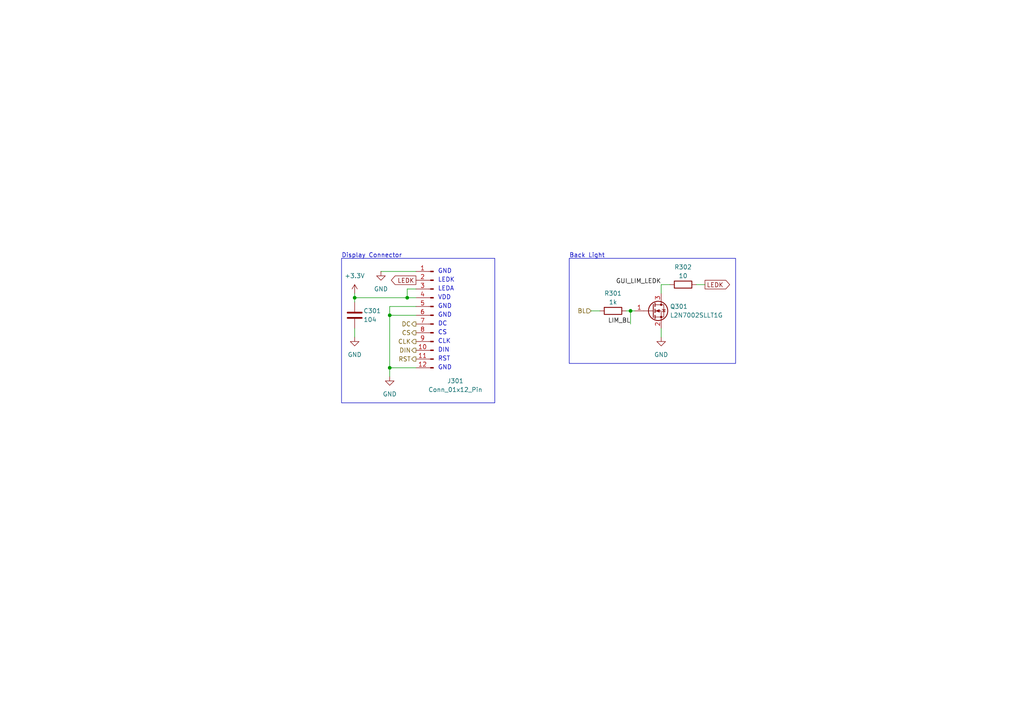
<source format=kicad_sch>
(kicad_sch
	(version 20250114)
	(generator "eeschema")
	(generator_version "9.0")
	(uuid "87981bd5-47a8-49a7-ad3f-d51e06ade793")
	(paper "A4")
	(title_block
		(title "DisplayBoard")
		(date "2025-10-21")
		(rev "v1.0")
		(company "DIY - Finn Ganser")
	)
	(lib_symbols
		(symbol "Connector:Conn_01x12_Pin"
			(pin_names
				(offset 1.016)
				(hide yes)
			)
			(exclude_from_sim no)
			(in_bom yes)
			(on_board yes)
			(property "Reference" "J"
				(at 0 15.24 0)
				(effects
					(font
						(size 1.27 1.27)
					)
				)
			)
			(property "Value" "Conn_01x12_Pin"
				(at 0 -17.78 0)
				(effects
					(font
						(size 1.27 1.27)
					)
				)
			)
			(property "Footprint" ""
				(at 0 0 0)
				(effects
					(font
						(size 1.27 1.27)
					)
					(hide yes)
				)
			)
			(property "Datasheet" "~"
				(at 0 0 0)
				(effects
					(font
						(size 1.27 1.27)
					)
					(hide yes)
				)
			)
			(property "Description" "Generic connector, single row, 01x12, script generated"
				(at 0 0 0)
				(effects
					(font
						(size 1.27 1.27)
					)
					(hide yes)
				)
			)
			(property "ki_locked" ""
				(at 0 0 0)
				(effects
					(font
						(size 1.27 1.27)
					)
				)
			)
			(property "ki_keywords" "connector"
				(at 0 0 0)
				(effects
					(font
						(size 1.27 1.27)
					)
					(hide yes)
				)
			)
			(property "ki_fp_filters" "Connector*:*_1x??_*"
				(at 0 0 0)
				(effects
					(font
						(size 1.27 1.27)
					)
					(hide yes)
				)
			)
			(symbol "Conn_01x12_Pin_1_1"
				(rectangle
					(start 0.8636 12.827)
					(end 0 12.573)
					(stroke
						(width 0.1524)
						(type default)
					)
					(fill
						(type outline)
					)
				)
				(rectangle
					(start 0.8636 10.287)
					(end 0 10.033)
					(stroke
						(width 0.1524)
						(type default)
					)
					(fill
						(type outline)
					)
				)
				(rectangle
					(start 0.8636 7.747)
					(end 0 7.493)
					(stroke
						(width 0.1524)
						(type default)
					)
					(fill
						(type outline)
					)
				)
				(rectangle
					(start 0.8636 5.207)
					(end 0 4.953)
					(stroke
						(width 0.1524)
						(type default)
					)
					(fill
						(type outline)
					)
				)
				(rectangle
					(start 0.8636 2.667)
					(end 0 2.413)
					(stroke
						(width 0.1524)
						(type default)
					)
					(fill
						(type outline)
					)
				)
				(rectangle
					(start 0.8636 0.127)
					(end 0 -0.127)
					(stroke
						(width 0.1524)
						(type default)
					)
					(fill
						(type outline)
					)
				)
				(rectangle
					(start 0.8636 -2.413)
					(end 0 -2.667)
					(stroke
						(width 0.1524)
						(type default)
					)
					(fill
						(type outline)
					)
				)
				(rectangle
					(start 0.8636 -4.953)
					(end 0 -5.207)
					(stroke
						(width 0.1524)
						(type default)
					)
					(fill
						(type outline)
					)
				)
				(rectangle
					(start 0.8636 -7.493)
					(end 0 -7.747)
					(stroke
						(width 0.1524)
						(type default)
					)
					(fill
						(type outline)
					)
				)
				(rectangle
					(start 0.8636 -10.033)
					(end 0 -10.287)
					(stroke
						(width 0.1524)
						(type default)
					)
					(fill
						(type outline)
					)
				)
				(rectangle
					(start 0.8636 -12.573)
					(end 0 -12.827)
					(stroke
						(width 0.1524)
						(type default)
					)
					(fill
						(type outline)
					)
				)
				(rectangle
					(start 0.8636 -15.113)
					(end 0 -15.367)
					(stroke
						(width 0.1524)
						(type default)
					)
					(fill
						(type outline)
					)
				)
				(polyline
					(pts
						(xy 1.27 12.7) (xy 0.8636 12.7)
					)
					(stroke
						(width 0.1524)
						(type default)
					)
					(fill
						(type none)
					)
				)
				(polyline
					(pts
						(xy 1.27 10.16) (xy 0.8636 10.16)
					)
					(stroke
						(width 0.1524)
						(type default)
					)
					(fill
						(type none)
					)
				)
				(polyline
					(pts
						(xy 1.27 7.62) (xy 0.8636 7.62)
					)
					(stroke
						(width 0.1524)
						(type default)
					)
					(fill
						(type none)
					)
				)
				(polyline
					(pts
						(xy 1.27 5.08) (xy 0.8636 5.08)
					)
					(stroke
						(width 0.1524)
						(type default)
					)
					(fill
						(type none)
					)
				)
				(polyline
					(pts
						(xy 1.27 2.54) (xy 0.8636 2.54)
					)
					(stroke
						(width 0.1524)
						(type default)
					)
					(fill
						(type none)
					)
				)
				(polyline
					(pts
						(xy 1.27 0) (xy 0.8636 0)
					)
					(stroke
						(width 0.1524)
						(type default)
					)
					(fill
						(type none)
					)
				)
				(polyline
					(pts
						(xy 1.27 -2.54) (xy 0.8636 -2.54)
					)
					(stroke
						(width 0.1524)
						(type default)
					)
					(fill
						(type none)
					)
				)
				(polyline
					(pts
						(xy 1.27 -5.08) (xy 0.8636 -5.08)
					)
					(stroke
						(width 0.1524)
						(type default)
					)
					(fill
						(type none)
					)
				)
				(polyline
					(pts
						(xy 1.27 -7.62) (xy 0.8636 -7.62)
					)
					(stroke
						(width 0.1524)
						(type default)
					)
					(fill
						(type none)
					)
				)
				(polyline
					(pts
						(xy 1.27 -10.16) (xy 0.8636 -10.16)
					)
					(stroke
						(width 0.1524)
						(type default)
					)
					(fill
						(type none)
					)
				)
				(polyline
					(pts
						(xy 1.27 -12.7) (xy 0.8636 -12.7)
					)
					(stroke
						(width 0.1524)
						(type default)
					)
					(fill
						(type none)
					)
				)
				(polyline
					(pts
						(xy 1.27 -15.24) (xy 0.8636 -15.24)
					)
					(stroke
						(width 0.1524)
						(type default)
					)
					(fill
						(type none)
					)
				)
				(pin passive line
					(at 5.08 12.7 180)
					(length 3.81)
					(name "Pin_1"
						(effects
							(font
								(size 1.27 1.27)
							)
						)
					)
					(number "1"
						(effects
							(font
								(size 1.27 1.27)
							)
						)
					)
				)
				(pin passive line
					(at 5.08 10.16 180)
					(length 3.81)
					(name "Pin_2"
						(effects
							(font
								(size 1.27 1.27)
							)
						)
					)
					(number "2"
						(effects
							(font
								(size 1.27 1.27)
							)
						)
					)
				)
				(pin passive line
					(at 5.08 7.62 180)
					(length 3.81)
					(name "Pin_3"
						(effects
							(font
								(size 1.27 1.27)
							)
						)
					)
					(number "3"
						(effects
							(font
								(size 1.27 1.27)
							)
						)
					)
				)
				(pin passive line
					(at 5.08 5.08 180)
					(length 3.81)
					(name "Pin_4"
						(effects
							(font
								(size 1.27 1.27)
							)
						)
					)
					(number "4"
						(effects
							(font
								(size 1.27 1.27)
							)
						)
					)
				)
				(pin passive line
					(at 5.08 2.54 180)
					(length 3.81)
					(name "Pin_5"
						(effects
							(font
								(size 1.27 1.27)
							)
						)
					)
					(number "5"
						(effects
							(font
								(size 1.27 1.27)
							)
						)
					)
				)
				(pin passive line
					(at 5.08 0 180)
					(length 3.81)
					(name "Pin_6"
						(effects
							(font
								(size 1.27 1.27)
							)
						)
					)
					(number "6"
						(effects
							(font
								(size 1.27 1.27)
							)
						)
					)
				)
				(pin passive line
					(at 5.08 -2.54 180)
					(length 3.81)
					(name "Pin_7"
						(effects
							(font
								(size 1.27 1.27)
							)
						)
					)
					(number "7"
						(effects
							(font
								(size 1.27 1.27)
							)
						)
					)
				)
				(pin passive line
					(at 5.08 -5.08 180)
					(length 3.81)
					(name "Pin_8"
						(effects
							(font
								(size 1.27 1.27)
							)
						)
					)
					(number "8"
						(effects
							(font
								(size 1.27 1.27)
							)
						)
					)
				)
				(pin passive line
					(at 5.08 -7.62 180)
					(length 3.81)
					(name "Pin_9"
						(effects
							(font
								(size 1.27 1.27)
							)
						)
					)
					(number "9"
						(effects
							(font
								(size 1.27 1.27)
							)
						)
					)
				)
				(pin passive line
					(at 5.08 -10.16 180)
					(length 3.81)
					(name "Pin_10"
						(effects
							(font
								(size 1.27 1.27)
							)
						)
					)
					(number "10"
						(effects
							(font
								(size 1.27 1.27)
							)
						)
					)
				)
				(pin passive line
					(at 5.08 -12.7 180)
					(length 3.81)
					(name "Pin_11"
						(effects
							(font
								(size 1.27 1.27)
							)
						)
					)
					(number "11"
						(effects
							(font
								(size 1.27 1.27)
							)
						)
					)
				)
				(pin passive line
					(at 5.08 -15.24 180)
					(length 3.81)
					(name "Pin_12"
						(effects
							(font
								(size 1.27 1.27)
							)
						)
					)
					(number "12"
						(effects
							(font
								(size 1.27 1.27)
							)
						)
					)
				)
			)
			(embedded_fonts no)
		)
		(symbol "CustomSymbols:L2N7002SLLT1G"
			(pin_names
				(hide yes)
			)
			(exclude_from_sim no)
			(in_bom yes)
			(on_board yes)
			(property "Reference" "Q"
				(at 5.08 1.905 0)
				(effects
					(font
						(size 1.27 1.27)
					)
					(justify left)
				)
			)
			(property "Value" "L2N7002SLLT1G"
				(at 5.08 0 0)
				(effects
					(font
						(size 1.27 1.27)
					)
					(justify left)
				)
			)
			(property "Footprint" "Package_TO_SOT_SMD:SOT-23"
				(at 5.08 -1.905 0)
				(effects
					(font
						(size 1.27 1.27)
						(italic yes)
					)
					(justify left)
					(hide yes)
				)
			)
			(property "Datasheet" "https://www.lcsc.com/datasheet/C22446827.pdf"
				(at 5.08 -3.81 0)
				(effects
					(font
						(size 1.27 1.27)
					)
					(justify left)
					(hide yes)
				)
			)
			(property "Description" "380 mAmps, 60V N–Channel SOT-23"
				(at 0 0 0)
				(effects
					(font
						(size 1.27 1.27)
					)
					(hide yes)
				)
			)
			(property "ki_keywords" "N-Channel MOSFET Logic-Level"
				(at 0 0 0)
				(effects
					(font
						(size 1.27 1.27)
					)
					(hide yes)
				)
			)
			(property "ki_fp_filters" "TO?92*"
				(at 0 0 0)
				(effects
					(font
						(size 1.27 1.27)
					)
					(hide yes)
				)
			)
			(symbol "L2N7002SLLT1G_0_1"
				(polyline
					(pts
						(xy 0.254 1.905) (xy 0.254 -1.905)
					)
					(stroke
						(width 0.254)
						(type default)
					)
					(fill
						(type none)
					)
				)
				(polyline
					(pts
						(xy 0.254 0) (xy -2.54 0)
					)
					(stroke
						(width 0)
						(type default)
					)
					(fill
						(type none)
					)
				)
				(polyline
					(pts
						(xy 0.762 2.286) (xy 0.762 1.27)
					)
					(stroke
						(width 0.254)
						(type default)
					)
					(fill
						(type none)
					)
				)
				(polyline
					(pts
						(xy 0.762 0.508) (xy 0.762 -0.508)
					)
					(stroke
						(width 0.254)
						(type default)
					)
					(fill
						(type none)
					)
				)
				(polyline
					(pts
						(xy 0.762 -1.27) (xy 0.762 -2.286)
					)
					(stroke
						(width 0.254)
						(type default)
					)
					(fill
						(type none)
					)
				)
				(polyline
					(pts
						(xy 0.762 -1.778) (xy 3.302 -1.778) (xy 3.302 1.778) (xy 0.762 1.778)
					)
					(stroke
						(width 0)
						(type default)
					)
					(fill
						(type none)
					)
				)
				(polyline
					(pts
						(xy 1.016 0) (xy 2.032 0.381) (xy 2.032 -0.381) (xy 1.016 0)
					)
					(stroke
						(width 0)
						(type default)
					)
					(fill
						(type outline)
					)
				)
				(circle
					(center 1.651 0)
					(radius 2.794)
					(stroke
						(width 0.254)
						(type default)
					)
					(fill
						(type none)
					)
				)
				(polyline
					(pts
						(xy 2.54 2.54) (xy 2.54 1.778)
					)
					(stroke
						(width 0)
						(type default)
					)
					(fill
						(type none)
					)
				)
				(circle
					(center 2.54 1.778)
					(radius 0.254)
					(stroke
						(width 0)
						(type default)
					)
					(fill
						(type outline)
					)
				)
				(circle
					(center 2.54 -1.778)
					(radius 0.254)
					(stroke
						(width 0)
						(type default)
					)
					(fill
						(type outline)
					)
				)
				(polyline
					(pts
						(xy 2.54 -2.54) (xy 2.54 0) (xy 0.762 0)
					)
					(stroke
						(width 0)
						(type default)
					)
					(fill
						(type none)
					)
				)
				(polyline
					(pts
						(xy 2.794 0.508) (xy 2.921 0.381) (xy 3.683 0.381) (xy 3.81 0.254)
					)
					(stroke
						(width 0)
						(type default)
					)
					(fill
						(type none)
					)
				)
				(polyline
					(pts
						(xy 3.302 0.381) (xy 2.921 -0.254) (xy 3.683 -0.254) (xy 3.302 0.381)
					)
					(stroke
						(width 0)
						(type default)
					)
					(fill
						(type none)
					)
				)
			)
			(symbol "L2N7002SLLT1G_1_1"
				(pin input line
					(at -5.08 0 0)
					(length 2.54)
					(name "G"
						(effects
							(font
								(size 1.27 1.27)
							)
						)
					)
					(number "1"
						(effects
							(font
								(size 1.27 1.27)
							)
						)
					)
				)
				(pin passive line
					(at 2.54 5.08 270)
					(length 2.54)
					(name "D"
						(effects
							(font
								(size 1.27 1.27)
							)
						)
					)
					(number "3"
						(effects
							(font
								(size 1.27 1.27)
							)
						)
					)
				)
				(pin passive line
					(at 2.54 -5.08 90)
					(length 2.54)
					(name "S"
						(effects
							(font
								(size 1.27 1.27)
							)
						)
					)
					(number "2"
						(effects
							(font
								(size 1.27 1.27)
							)
						)
					)
				)
			)
			(embedded_fonts no)
		)
		(symbol "Device:C"
			(pin_numbers
				(hide yes)
			)
			(pin_names
				(offset 0.254)
			)
			(exclude_from_sim no)
			(in_bom yes)
			(on_board yes)
			(property "Reference" "C"
				(at 0.635 2.54 0)
				(effects
					(font
						(size 1.27 1.27)
					)
					(justify left)
				)
			)
			(property "Value" "C"
				(at 0.635 -2.54 0)
				(effects
					(font
						(size 1.27 1.27)
					)
					(justify left)
				)
			)
			(property "Footprint" ""
				(at 0.9652 -3.81 0)
				(effects
					(font
						(size 1.27 1.27)
					)
					(hide yes)
				)
			)
			(property "Datasheet" "~"
				(at 0 0 0)
				(effects
					(font
						(size 1.27 1.27)
					)
					(hide yes)
				)
			)
			(property "Description" "Unpolarized capacitor"
				(at 0 0 0)
				(effects
					(font
						(size 1.27 1.27)
					)
					(hide yes)
				)
			)
			(property "ki_keywords" "cap capacitor"
				(at 0 0 0)
				(effects
					(font
						(size 1.27 1.27)
					)
					(hide yes)
				)
			)
			(property "ki_fp_filters" "C_*"
				(at 0 0 0)
				(effects
					(font
						(size 1.27 1.27)
					)
					(hide yes)
				)
			)
			(symbol "C_0_1"
				(polyline
					(pts
						(xy -2.032 0.762) (xy 2.032 0.762)
					)
					(stroke
						(width 0.508)
						(type default)
					)
					(fill
						(type none)
					)
				)
				(polyline
					(pts
						(xy -2.032 -0.762) (xy 2.032 -0.762)
					)
					(stroke
						(width 0.508)
						(type default)
					)
					(fill
						(type none)
					)
				)
			)
			(symbol "C_1_1"
				(pin passive line
					(at 0 3.81 270)
					(length 2.794)
					(name "~"
						(effects
							(font
								(size 1.27 1.27)
							)
						)
					)
					(number "1"
						(effects
							(font
								(size 1.27 1.27)
							)
						)
					)
				)
				(pin passive line
					(at 0 -3.81 90)
					(length 2.794)
					(name "~"
						(effects
							(font
								(size 1.27 1.27)
							)
						)
					)
					(number "2"
						(effects
							(font
								(size 1.27 1.27)
							)
						)
					)
				)
			)
			(embedded_fonts no)
		)
		(symbol "Device:R"
			(pin_numbers
				(hide yes)
			)
			(pin_names
				(offset 0)
			)
			(exclude_from_sim no)
			(in_bom yes)
			(on_board yes)
			(property "Reference" "R"
				(at 2.032 0 90)
				(effects
					(font
						(size 1.27 1.27)
					)
				)
			)
			(property "Value" "R"
				(at 0 0 90)
				(effects
					(font
						(size 1.27 1.27)
					)
				)
			)
			(property "Footprint" ""
				(at -1.778 0 90)
				(effects
					(font
						(size 1.27 1.27)
					)
					(hide yes)
				)
			)
			(property "Datasheet" "~"
				(at 0 0 0)
				(effects
					(font
						(size 1.27 1.27)
					)
					(hide yes)
				)
			)
			(property "Description" "Resistor"
				(at 0 0 0)
				(effects
					(font
						(size 1.27 1.27)
					)
					(hide yes)
				)
			)
			(property "ki_keywords" "R res resistor"
				(at 0 0 0)
				(effects
					(font
						(size 1.27 1.27)
					)
					(hide yes)
				)
			)
			(property "ki_fp_filters" "R_*"
				(at 0 0 0)
				(effects
					(font
						(size 1.27 1.27)
					)
					(hide yes)
				)
			)
			(symbol "R_0_1"
				(rectangle
					(start -1.016 -2.54)
					(end 1.016 2.54)
					(stroke
						(width 0.254)
						(type default)
					)
					(fill
						(type none)
					)
				)
			)
			(symbol "R_1_1"
				(pin passive line
					(at 0 3.81 270)
					(length 1.27)
					(name "~"
						(effects
							(font
								(size 1.27 1.27)
							)
						)
					)
					(number "1"
						(effects
							(font
								(size 1.27 1.27)
							)
						)
					)
				)
				(pin passive line
					(at 0 -3.81 90)
					(length 1.27)
					(name "~"
						(effects
							(font
								(size 1.27 1.27)
							)
						)
					)
					(number "2"
						(effects
							(font
								(size 1.27 1.27)
							)
						)
					)
				)
			)
			(embedded_fonts no)
		)
		(symbol "power:+3.3V"
			(power)
			(pin_numbers
				(hide yes)
			)
			(pin_names
				(offset 0)
				(hide yes)
			)
			(exclude_from_sim no)
			(in_bom yes)
			(on_board yes)
			(property "Reference" "#PWR"
				(at 0 -3.81 0)
				(effects
					(font
						(size 1.27 1.27)
					)
					(hide yes)
				)
			)
			(property "Value" "+3.3V"
				(at 0 3.556 0)
				(effects
					(font
						(size 1.27 1.27)
					)
				)
			)
			(property "Footprint" ""
				(at 0 0 0)
				(effects
					(font
						(size 1.27 1.27)
					)
					(hide yes)
				)
			)
			(property "Datasheet" ""
				(at 0 0 0)
				(effects
					(font
						(size 1.27 1.27)
					)
					(hide yes)
				)
			)
			(property "Description" "Power symbol creates a global label with name \"+3.3V\""
				(at 0 0 0)
				(effects
					(font
						(size 1.27 1.27)
					)
					(hide yes)
				)
			)
			(property "ki_keywords" "global power"
				(at 0 0 0)
				(effects
					(font
						(size 1.27 1.27)
					)
					(hide yes)
				)
			)
			(symbol "+3.3V_0_1"
				(polyline
					(pts
						(xy -0.762 1.27) (xy 0 2.54)
					)
					(stroke
						(width 0)
						(type default)
					)
					(fill
						(type none)
					)
				)
				(polyline
					(pts
						(xy 0 2.54) (xy 0.762 1.27)
					)
					(stroke
						(width 0)
						(type default)
					)
					(fill
						(type none)
					)
				)
				(polyline
					(pts
						(xy 0 0) (xy 0 2.54)
					)
					(stroke
						(width 0)
						(type default)
					)
					(fill
						(type none)
					)
				)
			)
			(symbol "+3.3V_1_1"
				(pin power_in line
					(at 0 0 90)
					(length 0)
					(name "~"
						(effects
							(font
								(size 1.27 1.27)
							)
						)
					)
					(number "1"
						(effects
							(font
								(size 1.27 1.27)
							)
						)
					)
				)
			)
			(embedded_fonts no)
		)
		(symbol "power:GND"
			(power)
			(pin_numbers
				(hide yes)
			)
			(pin_names
				(offset 0)
				(hide yes)
			)
			(exclude_from_sim no)
			(in_bom yes)
			(on_board yes)
			(property "Reference" "#PWR"
				(at 0 -6.35 0)
				(effects
					(font
						(size 1.27 1.27)
					)
					(hide yes)
				)
			)
			(property "Value" "GND"
				(at 0 -3.81 0)
				(effects
					(font
						(size 1.27 1.27)
					)
				)
			)
			(property "Footprint" ""
				(at 0 0 0)
				(effects
					(font
						(size 1.27 1.27)
					)
					(hide yes)
				)
			)
			(property "Datasheet" ""
				(at 0 0 0)
				(effects
					(font
						(size 1.27 1.27)
					)
					(hide yes)
				)
			)
			(property "Description" "Power symbol creates a global label with name \"GND\" , ground"
				(at 0 0 0)
				(effects
					(font
						(size 1.27 1.27)
					)
					(hide yes)
				)
			)
			(property "ki_keywords" "global power"
				(at 0 0 0)
				(effects
					(font
						(size 1.27 1.27)
					)
					(hide yes)
				)
			)
			(symbol "GND_0_1"
				(polyline
					(pts
						(xy 0 0) (xy 0 -1.27) (xy 1.27 -1.27) (xy 0 -2.54) (xy -1.27 -1.27) (xy 0 -1.27)
					)
					(stroke
						(width 0)
						(type default)
					)
					(fill
						(type none)
					)
				)
			)
			(symbol "GND_1_1"
				(pin power_in line
					(at 0 0 270)
					(length 0)
					(name "~"
						(effects
							(font
								(size 1.27 1.27)
							)
						)
					)
					(number "1"
						(effects
							(font
								(size 1.27 1.27)
							)
						)
					)
				)
			)
			(embedded_fonts no)
		)
	)
	(rectangle
		(start 99.06 74.93)
		(end 143.51 116.84)
		(stroke
			(width 0)
			(type default)
		)
		(fill
			(type none)
		)
		(uuid 6d4518ff-1036-4e29-b25b-44f78a7ea1ad)
	)
	(rectangle
		(start 165.1 74.93)
		(end 213.36 105.41)
		(stroke
			(width 0)
			(type default)
		)
		(fill
			(type none)
		)
		(uuid 9c9bef8c-7b04-4490-be11-861fc7edf19f)
	)
	(text "LEDK"
		(exclude_from_sim no)
		(at 127 81.28 0)
		(effects
			(font
				(size 1.27 1.27)
			)
			(justify left)
		)
		(uuid "0ab412e2-820a-4e9d-9384-d5789889321b")
	)
	(text "VDD"
		(exclude_from_sim no)
		(at 127 86.36 0)
		(effects
			(font
				(size 1.27 1.27)
			)
			(justify left)
		)
		(uuid "1c349b11-fa70-45dc-92db-cd9d0f594b20")
	)
	(text "LEDA"
		(exclude_from_sim no)
		(at 127 83.82 0)
		(effects
			(font
				(size 1.27 1.27)
			)
			(justify left)
		)
		(uuid "4c051369-8c09-42b8-a415-ded668e8dee8")
	)
	(text "GND"
		(exclude_from_sim no)
		(at 127 78.74 0)
		(effects
			(font
				(size 1.27 1.27)
			)
			(justify left)
		)
		(uuid "514052be-0910-4176-9cfb-ab561acb1ee2")
	)
	(text "GND"
		(exclude_from_sim no)
		(at 127 106.68 0)
		(effects
			(font
				(size 1.27 1.27)
			)
			(justify left)
		)
		(uuid "66f6e0f7-a4c5-4ae9-a88a-a6aa01d54ff8")
	)
	(text "DC"
		(exclude_from_sim no)
		(at 127 93.98 0)
		(effects
			(font
				(size 1.27 1.27)
			)
			(justify left)
		)
		(uuid "7be14d2d-6dc1-42de-bd35-a538d1322bba")
	)
	(text "Display Connector"
		(exclude_from_sim no)
		(at 99.06 74.93 0)
		(effects
			(font
				(size 1.27 1.27)
			)
			(justify left bottom)
		)
		(uuid "7bef5928-a324-42c2-b907-535d73326987")
	)
	(text "CLK"
		(exclude_from_sim no)
		(at 127 99.06 0)
		(effects
			(font
				(size 1.27 1.27)
			)
			(justify left)
		)
		(uuid "7cb89b5c-f34f-45bb-8359-9a601fb20589")
	)
	(text "Back Light"
		(exclude_from_sim no)
		(at 165.1 74.93 0)
		(effects
			(font
				(size 1.27 1.27)
			)
			(justify left bottom)
		)
		(uuid "98ceb13b-778e-480c-871e-3094d4c9d9b6")
	)
	(text "RST"
		(exclude_from_sim no)
		(at 127 104.14 0)
		(effects
			(font
				(size 1.27 1.27)
			)
			(justify left)
		)
		(uuid "d498e81d-4da1-49fe-8835-02bb9ee29392")
	)
	(text "GND"
		(exclude_from_sim no)
		(at 127 91.44 0)
		(effects
			(font
				(size 1.27 1.27)
			)
			(justify left)
		)
		(uuid "d5f0be5b-2f2e-43ba-89c3-9b7868871f69")
	)
	(text "CS"
		(exclude_from_sim no)
		(at 127 96.52 0)
		(effects
			(font
				(size 1.27 1.27)
			)
			(justify left)
		)
		(uuid "e000104f-c310-426e-b490-0b7ed9f94ba9")
	)
	(text "GND"
		(exclude_from_sim no)
		(at 127 88.9 0)
		(effects
			(font
				(size 1.27 1.27)
			)
			(justify left)
		)
		(uuid "ed633b01-0d91-4d6a-b64c-f25eeed34eae")
	)
	(text "DIN"
		(exclude_from_sim no)
		(at 127 101.6 0)
		(effects
			(font
				(size 1.27 1.27)
			)
			(justify left)
		)
		(uuid "f0a72092-0b2a-4f7f-9d12-8083c22e018d")
	)
	(junction
		(at 113.03 91.44)
		(diameter 0)
		(color 0 0 0 0)
		(uuid "1575f31e-0af8-4e16-8664-47bff56f2ebf")
	)
	(junction
		(at 118.11 86.36)
		(diameter 0)
		(color 0 0 0 0)
		(uuid "648d2ffa-bb30-4916-9fd9-f87094703a47")
	)
	(junction
		(at 113.03 106.68)
		(diameter 0)
		(color 0 0 0 0)
		(uuid "a13124cf-177d-40ba-88e6-68c0dcc68f79")
	)
	(junction
		(at 102.87 86.36)
		(diameter 0)
		(color 0 0 0 0)
		(uuid "abd942b5-0380-40db-b06f-489bc07296e0")
	)
	(junction
		(at 182.88 90.17)
		(diameter 0)
		(color 0 0 0 0)
		(uuid "b292a1a9-1c70-4959-891d-140020205751")
	)
	(wire
		(pts
			(xy 191.77 97.79) (xy 191.77 95.25)
		)
		(stroke
			(width 0)
			(type default)
		)
		(uuid "201083de-4fbd-424e-9f8f-16ddbf5c41cf")
	)
	(wire
		(pts
			(xy 120.65 88.9) (xy 113.03 88.9)
		)
		(stroke
			(width 0)
			(type default)
		)
		(uuid "3a442e3c-d390-483c-b61f-7d87f7f8e8c9")
	)
	(wire
		(pts
			(xy 113.03 106.68) (xy 113.03 109.22)
		)
		(stroke
			(width 0)
			(type default)
		)
		(uuid "55117565-223b-4373-be16-29d6a5372a3f")
	)
	(wire
		(pts
			(xy 102.87 86.36) (xy 102.87 87.63)
		)
		(stroke
			(width 0)
			(type default)
		)
		(uuid "55de38a8-4b21-417d-b75c-0b46d53c42c0")
	)
	(wire
		(pts
			(xy 120.65 106.68) (xy 113.03 106.68)
		)
		(stroke
			(width 0)
			(type default)
		)
		(uuid "64566a72-392b-4d1a-ae2c-3d4c0e8d26b4")
	)
	(wire
		(pts
			(xy 118.11 86.36) (xy 120.65 86.36)
		)
		(stroke
			(width 0)
			(type default)
		)
		(uuid "6746e8f4-0e7a-4945-9f86-4f7222d54376")
	)
	(wire
		(pts
			(xy 102.87 95.25) (xy 102.87 97.79)
		)
		(stroke
			(width 0)
			(type default)
		)
		(uuid "747e11ab-f2a4-45b5-9bb6-de3d123aaafe")
	)
	(wire
		(pts
			(xy 191.77 82.55) (xy 194.31 82.55)
		)
		(stroke
			(width 0)
			(type default)
		)
		(uuid "77e4012d-a463-43f4-8b5e-db8c1e464d73")
	)
	(wire
		(pts
			(xy 181.61 90.17) (xy 182.88 90.17)
		)
		(stroke
			(width 0)
			(type default)
		)
		(uuid "8031fd0b-7dca-4615-96c8-a2bdbfbf71f5")
	)
	(wire
		(pts
			(xy 120.65 83.82) (xy 118.11 83.82)
		)
		(stroke
			(width 0)
			(type default)
		)
		(uuid "80403e1d-4331-4ed4-ad33-84f229172bf3")
	)
	(wire
		(pts
			(xy 118.11 83.82) (xy 118.11 86.36)
		)
		(stroke
			(width 0)
			(type default)
		)
		(uuid "a95040e3-c6ac-4fdc-ad0f-bf6f8445936a")
	)
	(wire
		(pts
			(xy 182.88 90.17) (xy 184.15 90.17)
		)
		(stroke
			(width 0)
			(type default)
		)
		(uuid "b12b7efa-8b7d-41a3-8677-93c2511a34ae")
	)
	(wire
		(pts
			(xy 201.93 82.55) (xy 204.47 82.55)
		)
		(stroke
			(width 0)
			(type default)
		)
		(uuid "b3ac0da4-2a28-440d-8dc9-c6f323848496")
	)
	(wire
		(pts
			(xy 110.49 78.74) (xy 120.65 78.74)
		)
		(stroke
			(width 0)
			(type default)
		)
		(uuid "b4cd52a0-6168-4571-8b90-0b053eda9ed4")
	)
	(wire
		(pts
			(xy 102.87 85.09) (xy 102.87 86.36)
		)
		(stroke
			(width 0)
			(type default)
		)
		(uuid "e09bb8c4-a659-47f2-994f-93fb030d4392")
	)
	(wire
		(pts
			(xy 113.03 106.68) (xy 113.03 91.44)
		)
		(stroke
			(width 0)
			(type default)
		)
		(uuid "e11e3102-51ae-49c8-a68f-ffb2dad47fca")
	)
	(wire
		(pts
			(xy 113.03 88.9) (xy 113.03 91.44)
		)
		(stroke
			(width 0)
			(type default)
		)
		(uuid "ef7adc0c-88d5-42d6-b04d-1ee1653145cf")
	)
	(wire
		(pts
			(xy 102.87 86.36) (xy 118.11 86.36)
		)
		(stroke
			(width 0)
			(type default)
		)
		(uuid "f5f9d7d3-1b6c-470e-8843-da7d6be8a633")
	)
	(wire
		(pts
			(xy 182.88 90.17) (xy 182.88 93.98)
		)
		(stroke
			(width 0)
			(type default)
		)
		(uuid "f830f769-6b5e-4343-b458-f44ad9907347")
	)
	(wire
		(pts
			(xy 191.77 85.09) (xy 191.77 82.55)
		)
		(stroke
			(width 0)
			(type default)
		)
		(uuid "f95c4f6a-4987-4eef-88f6-7027ee21b27d")
	)
	(wire
		(pts
			(xy 113.03 91.44) (xy 120.65 91.44)
		)
		(stroke
			(width 0)
			(type default)
		)
		(uuid "fa258f34-532a-499f-af1a-1e6c9c26bad3")
	)
	(wire
		(pts
			(xy 171.45 90.17) (xy 173.99 90.17)
		)
		(stroke
			(width 0)
			(type default)
		)
		(uuid "fae5a57a-63d7-432f-9a50-9250bc7d0fb5")
	)
	(label "LIM_BL"
		(at 182.88 93.98 180)
		(effects
			(font
				(size 1.27 1.27)
			)
			(justify right bottom)
		)
		(uuid "460943c9-c683-47f6-9c83-20e558d5fa26")
	)
	(label "GUI_LIM_LEDK"
		(at 191.77 82.55 180)
		(effects
			(font
				(size 1.27 1.27)
			)
			(justify right bottom)
		)
		(uuid "99fc5a9e-517b-4265-a241-1603c29dc45c")
	)
	(global_label "LEDK"
		(shape output)
		(at 204.47 82.55 0)
		(fields_autoplaced yes)
		(effects
			(font
				(size 1.27 1.27)
			)
			(justify left)
		)
		(uuid "b7b90c62-40e9-4da0-8391-7e23eba55591")
		(property "Intersheetrefs" "${INTERSHEET_REFS}"
			(at 212.1723 82.55 0)
			(effects
				(font
					(size 1.27 1.27)
				)
				(justify left)
				(hide yes)
			)
		)
	)
	(global_label "LEDK"
		(shape output)
		(at 120.65 81.28 180)
		(fields_autoplaced yes)
		(effects
			(font
				(size 1.27 1.27)
			)
			(justify right)
		)
		(uuid "b97ac248-a0b0-4b0a-8b6d-733276e4de99")
		(property "Intersheetrefs" "${INTERSHEET_REFS}"
			(at 112.9477 81.28 0)
			(effects
				(font
					(size 1.27 1.27)
				)
				(justify right)
				(hide yes)
			)
		)
	)
	(hierarchical_label "RST"
		(shape output)
		(at 120.65 104.14 180)
		(effects
			(font
				(size 1.27 1.27)
			)
			(justify right)
		)
		(uuid "234a5d4d-d298-4d93-abba-7399c7f633a7")
	)
	(hierarchical_label "CS"
		(shape output)
		(at 120.65 96.52 180)
		(effects
			(font
				(size 1.27 1.27)
			)
			(justify right)
		)
		(uuid "41ff5bc3-976f-42a0-bbbe-995e7bdd74de")
	)
	(hierarchical_label "BL"
		(shape input)
		(at 171.45 90.17 180)
		(effects
			(font
				(size 1.27 1.27)
			)
			(justify right)
		)
		(uuid "73d9a39c-d1a2-42cf-80e1-5cfe1acd0a5b")
	)
	(hierarchical_label "DIN"
		(shape output)
		(at 120.65 101.6 180)
		(effects
			(font
				(size 1.27 1.27)
			)
			(justify right)
		)
		(uuid "aeacfe09-9ba7-4127-8bd9-ddb466933286")
	)
	(hierarchical_label "DC"
		(shape output)
		(at 120.65 93.98 180)
		(effects
			(font
				(size 1.27 1.27)
			)
			(justify right)
		)
		(uuid "d8d74505-3428-491f-a1be-9831fadd7bb6")
	)
	(hierarchical_label "CLK"
		(shape output)
		(at 120.65 99.06 180)
		(effects
			(font
				(size 1.27 1.27)
			)
			(justify right)
		)
		(uuid "dd2c4285-448a-43c7-86f3-01173889f877")
	)
	(symbol
		(lib_id "power:GND")
		(at 191.77 97.79 0)
		(unit 1)
		(exclude_from_sim no)
		(in_bom yes)
		(on_board yes)
		(dnp no)
		(fields_autoplaced yes)
		(uuid "23db28be-6b02-4270-9628-acc039342d78")
		(property "Reference" "#PWR0305"
			(at 191.77 104.14 0)
			(effects
				(font
					(size 1.27 1.27)
				)
				(hide yes)
			)
		)
		(property "Value" "GND"
			(at 191.77 102.87 0)
			(effects
				(font
					(size 1.27 1.27)
				)
			)
		)
		(property "Footprint" ""
			(at 191.77 97.79 0)
			(effects
				(font
					(size 1.27 1.27)
				)
				(hide yes)
			)
		)
		(property "Datasheet" ""
			(at 191.77 97.79 0)
			(effects
				(font
					(size 1.27 1.27)
				)
				(hide yes)
			)
		)
		(property "Description" "Power symbol creates a global label with name \"GND\" , ground"
			(at 191.77 97.79 0)
			(effects
				(font
					(size 1.27 1.27)
				)
				(hide yes)
			)
		)
		(pin "1"
			(uuid "8c9e1d8b-cadb-4c2e-901f-073884d5db3e")
		)
		(instances
			(project "DisplayBoard"
				(path "/4ecff8d9-5a60-4ce9-8e7b-5b5857912994/26a4b9b5-83b9-4d0f-b58b-43e02f8197c2"
					(reference "#PWR0305")
					(unit 1)
				)
			)
		)
	)
	(symbol
		(lib_id "Device:C")
		(at 102.87 91.44 0)
		(unit 1)
		(exclude_from_sim no)
		(in_bom yes)
		(on_board yes)
		(dnp no)
		(uuid "4a9bd08d-2f99-4a5a-9700-5e003b15e901")
		(property "Reference" "C301"
			(at 105.41 90.17 0)
			(effects
				(font
					(size 1.27 1.27)
				)
				(justify left)
			)
		)
		(property "Value" "104"
			(at 105.41 92.71 0)
			(effects
				(font
					(size 1.27 1.27)
				)
				(justify left)
			)
		)
		(property "Footprint" "Capacitor_SMD:C_0805_2012Metric"
			(at 103.8352 95.25 0)
			(effects
				(font
					(size 1.27 1.27)
				)
				(hide yes)
			)
		)
		(property "Datasheet" "~"
			(at 102.87 91.44 0)
			(effects
				(font
					(size 1.27 1.27)
				)
				(hide yes)
			)
		)
		(property "Description" "Unpolarized capacitor"
			(at 102.87 91.44 0)
			(effects
				(font
					(size 1.27 1.27)
				)
				(hide yes)
			)
		)
		(pin "1"
			(uuid "7790a3bf-3b07-4351-b9e8-276847758f58")
		)
		(pin "2"
			(uuid "a90b5228-da56-4b10-8328-1e034f23f540")
		)
		(instances
			(project ""
				(path "/4ecff8d9-5a60-4ce9-8e7b-5b5857912994/26a4b9b5-83b9-4d0f-b58b-43e02f8197c2"
					(reference "C301")
					(unit 1)
				)
			)
		)
	)
	(symbol
		(lib_id "Device:R")
		(at 198.12 82.55 90)
		(unit 1)
		(exclude_from_sim no)
		(in_bom yes)
		(on_board yes)
		(dnp no)
		(uuid "77919a65-c837-411c-af82-6bb8cdb24524")
		(property "Reference" "R302"
			(at 198.12 77.47 90)
			(effects
				(font
					(size 1.27 1.27)
				)
			)
		)
		(property "Value" "10"
			(at 198.12 80.01 90)
			(effects
				(font
					(size 1.27 1.27)
				)
			)
		)
		(property "Footprint" "Resistor_SMD:R_0603_1608Metric"
			(at 198.12 84.328 90)
			(effects
				(font
					(size 1.27 1.27)
				)
				(hide yes)
			)
		)
		(property "Datasheet" "~"
			(at 198.12 82.55 0)
			(effects
				(font
					(size 1.27 1.27)
				)
				(hide yes)
			)
		)
		(property "Description" "Resistor"
			(at 198.12 82.55 0)
			(effects
				(font
					(size 1.27 1.27)
				)
				(hide yes)
			)
		)
		(pin "2"
			(uuid "b6fbcdfa-f6bc-48f0-b061-8da33cbdac2c")
		)
		(pin "1"
			(uuid "c674735d-b404-43a1-b573-c03a9afb4913")
		)
		(instances
			(project "DisplayBoard"
				(path "/4ecff8d9-5a60-4ce9-8e7b-5b5857912994/26a4b9b5-83b9-4d0f-b58b-43e02f8197c2"
					(reference "R302")
					(unit 1)
				)
			)
		)
	)
	(symbol
		(lib_id "power:GND")
		(at 102.87 97.79 0)
		(unit 1)
		(exclude_from_sim no)
		(in_bom yes)
		(on_board yes)
		(dnp no)
		(fields_autoplaced yes)
		(uuid "8f09812c-73b0-4756-8c8a-d44fc7c88b73")
		(property "Reference" "#PWR0302"
			(at 102.87 104.14 0)
			(effects
				(font
					(size 1.27 1.27)
				)
				(hide yes)
			)
		)
		(property "Value" "GND"
			(at 102.87 102.87 0)
			(effects
				(font
					(size 1.27 1.27)
				)
			)
		)
		(property "Footprint" ""
			(at 102.87 97.79 0)
			(effects
				(font
					(size 1.27 1.27)
				)
				(hide yes)
			)
		)
		(property "Datasheet" ""
			(at 102.87 97.79 0)
			(effects
				(font
					(size 1.27 1.27)
				)
				(hide yes)
			)
		)
		(property "Description" "Power symbol creates a global label with name \"GND\" , ground"
			(at 102.87 97.79 0)
			(effects
				(font
					(size 1.27 1.27)
				)
				(hide yes)
			)
		)
		(pin "1"
			(uuid "2a3723da-a9fb-42a0-9210-a3a41d4a4d0a")
		)
		(instances
			(project ""
				(path "/4ecff8d9-5a60-4ce9-8e7b-5b5857912994/26a4b9b5-83b9-4d0f-b58b-43e02f8197c2"
					(reference "#PWR0302")
					(unit 1)
				)
			)
		)
	)
	(symbol
		(lib_id "power:+3.3V")
		(at 102.87 85.09 0)
		(unit 1)
		(exclude_from_sim no)
		(in_bom yes)
		(on_board yes)
		(dnp no)
		(fields_autoplaced yes)
		(uuid "920e6da3-0ad2-4876-b306-0671a65c06c3")
		(property "Reference" "#PWR0301"
			(at 102.87 88.9 0)
			(effects
				(font
					(size 1.27 1.27)
				)
				(hide yes)
			)
		)
		(property "Value" "+3.3V"
			(at 102.87 80.01 0)
			(effects
				(font
					(size 1.27 1.27)
				)
			)
		)
		(property "Footprint" ""
			(at 102.87 85.09 0)
			(effects
				(font
					(size 1.27 1.27)
				)
				(hide yes)
			)
		)
		(property "Datasheet" ""
			(at 102.87 85.09 0)
			(effects
				(font
					(size 1.27 1.27)
				)
				(hide yes)
			)
		)
		(property "Description" "Power symbol creates a global label with name \"+3.3V\""
			(at 102.87 85.09 0)
			(effects
				(font
					(size 1.27 1.27)
				)
				(hide yes)
			)
		)
		(pin "1"
			(uuid "03c7a34d-e8f1-4ff1-afbe-d0eb7af95473")
		)
		(instances
			(project ""
				(path "/4ecff8d9-5a60-4ce9-8e7b-5b5857912994/26a4b9b5-83b9-4d0f-b58b-43e02f8197c2"
					(reference "#PWR0301")
					(unit 1)
				)
			)
		)
	)
	(symbol
		(lib_id "Connector:Conn_01x12_Pin")
		(at 125.73 91.44 0)
		(mirror y)
		(unit 1)
		(exclude_from_sim no)
		(in_bom yes)
		(on_board yes)
		(dnp no)
		(uuid "95926440-90e1-420b-8f64-ef1f6d75165d")
		(property "Reference" "J301"
			(at 132.08 110.49 0)
			(effects
				(font
					(size 1.27 1.27)
				)
			)
		)
		(property "Value" "Conn_01x12_Pin"
			(at 132.08 113.03 0)
			(effects
				(font
					(size 1.27 1.27)
				)
			)
		)
		(property "Footprint" "CustomFootprints:GC9A01_Connector"
			(at 125.73 91.44 0)
			(effects
				(font
					(size 1.27 1.27)
				)
				(hide yes)
			)
		)
		(property "Datasheet" "~"
			(at 125.73 91.44 0)
			(effects
				(font
					(size 1.27 1.27)
				)
				(hide yes)
			)
		)
		(property "Description" "Generic connector, single row, 01x12, script generated"
			(at 125.73 91.44 0)
			(effects
				(font
					(size 1.27 1.27)
				)
				(hide yes)
			)
		)
		(pin "1"
			(uuid "cfea7bc0-d785-49e2-ad4b-cf4f73d05ce7")
		)
		(pin "11"
			(uuid "0a0a12c0-b053-4540-bc22-f90352bab7d7")
		)
		(pin "8"
			(uuid "cf68a832-8890-4570-80d3-0182138a3026")
		)
		(pin "10"
			(uuid "6704ec02-08bd-4781-9c1e-58cb08f03ebc")
		)
		(pin "12"
			(uuid "542d485a-5093-43d9-a5a8-200b0ae9339f")
		)
		(pin "7"
			(uuid "a6f02b89-fd57-48ae-b0f8-514d44ffa8ec")
		)
		(pin "5"
			(uuid "e6b4a04d-15d7-44ee-a298-e56b1197da06")
		)
		(pin "4"
			(uuid "855081a3-a493-46c1-9b9e-a4d9dec0d37d")
		)
		(pin "2"
			(uuid "150de3f8-e9b7-4cc2-b6db-4cb0115b657e")
		)
		(pin "3"
			(uuid "b9b71eec-b869-4999-a87e-3fc1ec835e6c")
		)
		(pin "6"
			(uuid "0acf74fa-cbbe-4eaa-9bab-85284437105a")
		)
		(pin "9"
			(uuid "856b881e-18cf-47fb-b834-98a2ae0dd1c1")
		)
		(instances
			(project ""
				(path "/4ecff8d9-5a60-4ce9-8e7b-5b5857912994/26a4b9b5-83b9-4d0f-b58b-43e02f8197c2"
					(reference "J301")
					(unit 1)
				)
			)
		)
	)
	(symbol
		(lib_id "Device:R")
		(at 177.8 90.17 90)
		(unit 1)
		(exclude_from_sim no)
		(in_bom yes)
		(on_board yes)
		(dnp no)
		(uuid "a13f787e-31f6-4200-9326-d9bb08deeaba")
		(property "Reference" "R301"
			(at 177.8 85.09 90)
			(effects
				(font
					(size 1.27 1.27)
				)
			)
		)
		(property "Value" "1k"
			(at 177.8 87.63 90)
			(effects
				(font
					(size 1.27 1.27)
				)
			)
		)
		(property "Footprint" "Resistor_SMD:R_0603_1608Metric"
			(at 177.8 91.948 90)
			(effects
				(font
					(size 1.27 1.27)
				)
				(hide yes)
			)
		)
		(property "Datasheet" "~"
			(at 177.8 90.17 0)
			(effects
				(font
					(size 1.27 1.27)
				)
				(hide yes)
			)
		)
		(property "Description" "Resistor"
			(at 177.8 90.17 0)
			(effects
				(font
					(size 1.27 1.27)
				)
				(hide yes)
			)
		)
		(pin "2"
			(uuid "1bf29f86-8510-4fb9-aa65-139a73699a7b")
		)
		(pin "1"
			(uuid "f5abc2a2-9a3c-4d98-93f9-7820100f5862")
		)
		(instances
			(project ""
				(path "/4ecff8d9-5a60-4ce9-8e7b-5b5857912994/26a4b9b5-83b9-4d0f-b58b-43e02f8197c2"
					(reference "R301")
					(unit 1)
				)
			)
		)
	)
	(symbol
		(lib_id "power:GND")
		(at 113.03 109.22 0)
		(unit 1)
		(exclude_from_sim no)
		(in_bom yes)
		(on_board yes)
		(dnp no)
		(fields_autoplaced yes)
		(uuid "ad87eb44-a6bb-46ad-8e85-11b079c3ec6b")
		(property "Reference" "#PWR0304"
			(at 113.03 115.57 0)
			(effects
				(font
					(size 1.27 1.27)
				)
				(hide yes)
			)
		)
		(property "Value" "GND"
			(at 113.03 114.3 0)
			(effects
				(font
					(size 1.27 1.27)
				)
			)
		)
		(property "Footprint" ""
			(at 113.03 109.22 0)
			(effects
				(font
					(size 1.27 1.27)
				)
				(hide yes)
			)
		)
		(property "Datasheet" ""
			(at 113.03 109.22 0)
			(effects
				(font
					(size 1.27 1.27)
				)
				(hide yes)
			)
		)
		(property "Description" "Power symbol creates a global label with name \"GND\" , ground"
			(at 113.03 109.22 0)
			(effects
				(font
					(size 1.27 1.27)
				)
				(hide yes)
			)
		)
		(pin "1"
			(uuid "e47e4191-1d82-42a9-be18-e8f49ff7c7c3")
		)
		(instances
			(project "DisplayBoard"
				(path "/4ecff8d9-5a60-4ce9-8e7b-5b5857912994/26a4b9b5-83b9-4d0f-b58b-43e02f8197c2"
					(reference "#PWR0304")
					(unit 1)
				)
			)
		)
	)
	(symbol
		(lib_id "power:GND")
		(at 110.49 78.74 0)
		(unit 1)
		(exclude_from_sim no)
		(in_bom yes)
		(on_board yes)
		(dnp no)
		(fields_autoplaced yes)
		(uuid "d8a15712-47f7-46c3-ba34-da6b98c15b65")
		(property "Reference" "#PWR0303"
			(at 110.49 85.09 0)
			(effects
				(font
					(size 1.27 1.27)
				)
				(hide yes)
			)
		)
		(property "Value" "GND"
			(at 110.49 83.82 0)
			(effects
				(font
					(size 1.27 1.27)
				)
			)
		)
		(property "Footprint" ""
			(at 110.49 78.74 0)
			(effects
				(font
					(size 1.27 1.27)
				)
				(hide yes)
			)
		)
		(property "Datasheet" ""
			(at 110.49 78.74 0)
			(effects
				(font
					(size 1.27 1.27)
				)
				(hide yes)
			)
		)
		(property "Description" "Power symbol creates a global label with name \"GND\" , ground"
			(at 110.49 78.74 0)
			(effects
				(font
					(size 1.27 1.27)
				)
				(hide yes)
			)
		)
		(pin "1"
			(uuid "6b84a388-22c5-4d95-afa5-65fca233066e")
		)
		(instances
			(project "DisplayBoard"
				(path "/4ecff8d9-5a60-4ce9-8e7b-5b5857912994/26a4b9b5-83b9-4d0f-b58b-43e02f8197c2"
					(reference "#PWR0303")
					(unit 1)
				)
			)
		)
	)
	(symbol
		(lib_id "CustomSymbols:L2N7002SLLT1G")
		(at 189.23 90.17 0)
		(unit 1)
		(exclude_from_sim no)
		(in_bom yes)
		(on_board yes)
		(dnp no)
		(uuid "e18653a3-3782-4797-bc39-c950794cc4a1")
		(property "Reference" "Q301"
			(at 194.31 88.9 0)
			(effects
				(font
					(size 1.27 1.27)
				)
				(justify left)
			)
		)
		(property "Value" "L2N7002SLLT1G"
			(at 194.31 91.44 0)
			(effects
				(font
					(size 1.27 1.27)
				)
				(justify left)
			)
		)
		(property "Footprint" "CustomFootprints:SOT_TO_92_L2N7002SLLT1G"
			(at 194.31 92.075 0)
			(effects
				(font
					(size 1.27 1.27)
					(italic yes)
				)
				(justify left)
				(hide yes)
			)
		)
		(property "Datasheet" "https://www.lcsc.com/datasheet/C22446827.pdf"
			(at 194.31 93.98 0)
			(effects
				(font
					(size 1.27 1.27)
				)
				(justify left)
				(hide yes)
			)
		)
		(property "Description" "380 mAmps, 60V N–Channel SOT-23"
			(at 189.23 90.17 0)
			(effects
				(font
					(size 1.27 1.27)
				)
				(hide yes)
			)
		)
		(pin "3"
			(uuid "9cd63b3b-2176-4eaa-a80e-68924a3e9405")
		)
		(pin "1"
			(uuid "71e57514-05ac-4e76-9073-ce3a980b20bc")
		)
		(pin "2"
			(uuid "469af43c-c78c-4b0e-ada4-44eb4f9f1d2b")
		)
		(instances
			(project ""
				(path "/4ecff8d9-5a60-4ce9-8e7b-5b5857912994/26a4b9b5-83b9-4d0f-b58b-43e02f8197c2"
					(reference "Q301")
					(unit 1)
				)
			)
		)
	)
)

</source>
